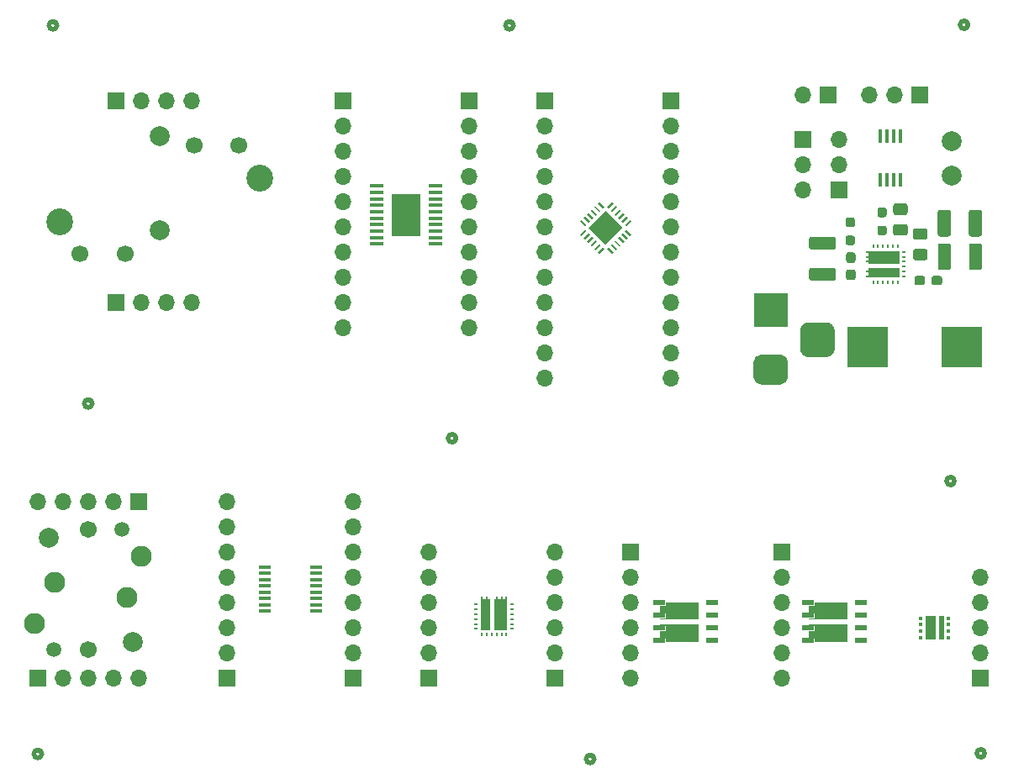
<source format=gts>
G04 #@! TF.GenerationSoftware,KiCad,Pcbnew,(5.1.6-0-10_14)*
G04 #@! TF.CreationDate,2021-10-07T10:13:42+09:00*
G04 #@! TF.ProjectId,panel_breakouts_211007,70616e65-6c5f-4627-9265-616b6f757473,rev?*
G04 #@! TF.SameCoordinates,Original*
G04 #@! TF.FileFunction,Soldermask,Top*
G04 #@! TF.FilePolarity,Negative*
%FSLAX46Y46*%
G04 Gerber Fmt 4.6, Leading zero omitted, Abs format (unit mm)*
G04 Created by KiCad (PCBNEW (5.1.6-0-10_14)) date 2021-10-07 10:13:42*
%MOMM*%
%LPD*%
G01*
G04 APERTURE LIST*
%ADD10C,0.475000*%
%ADD11C,0.100000*%
%ADD12R,2.997200X4.191000*%
%ADD13R,1.409700X0.355600*%
%ADD14R,0.450000X1.450000*%
%ADD15R,0.400000X1.450000*%
%ADD16R,0.250000X0.450000*%
%ADD17R,0.450000X0.250000*%
%ADD18R,0.562000X2.450000*%
%ADD19R,1.036000X2.450000*%
%ADD20R,0.450000X0.450000*%
%ADD21R,1.270000X0.609600*%
%ADD22O,1.700000X1.700000*%
%ADD23R,1.700000X1.700000*%
%ADD24C,2.108200*%
%ADD25C,2.006600*%
%ADD26C,1.701800*%
%ADD27C,1.498600*%
%ADD28C,2.000000*%
%ADD29C,1.700000*%
%ADD30C,2.700000*%
%ADD31R,1.200000X0.400000*%
%ADD32R,3.500000X3.500000*%
%ADD33R,4.100000X4.100000*%
G04 APERTURE END LIST*
D10*
X150474000Y-135914000D02*
G75*
G03*
X150474000Y-135914000I-400000J0D01*
G01*
X142346000Y-62000000D02*
G75*
G03*
X142346000Y-62000000I-400000J0D01*
G01*
X136568000Y-103592000D02*
G75*
G03*
X136568000Y-103592000I-400000J0D01*
G01*
X94848000Y-135406000D02*
G75*
G03*
X94848000Y-135406000I-400000J0D01*
G01*
X189812000Y-135342000D02*
G75*
G03*
X189812000Y-135342000I-400000J0D01*
G01*
X186764000Y-107910000D02*
G75*
G03*
X186764000Y-107910000I-400000J0D01*
G01*
X188130000Y-61936000D02*
G75*
G03*
X188130000Y-61936000I-400000J0D01*
G01*
X96372000Y-62000000D02*
G75*
G03*
X96372000Y-62000000I-400000J0D01*
G01*
X99928000Y-100100000D02*
G75*
G03*
X99928000Y-100100000I-400000J0D01*
G01*
D11*
G36*
X151642000Y-84093056D02*
G01*
X149944944Y-82396000D01*
X151642000Y-80698944D01*
X153339056Y-82396000D01*
X151642000Y-84093056D01*
G37*
G36*
X140392000Y-119842000D02*
G01*
X141732000Y-119842000D01*
X141732000Y-122942000D01*
X140392000Y-122942000D01*
X140392000Y-119842000D01*
G37*
G36*
X139062000Y-119842000D02*
G01*
X140012000Y-119842000D01*
X140012000Y-122942000D01*
X139062000Y-122942000D01*
X139062000Y-119842000D01*
G37*
G36*
X157111200Y-121122200D02*
G01*
X157670000Y-121122200D01*
X157670000Y-121731800D01*
X157111200Y-121731800D01*
X157111200Y-121769900D01*
X160921200Y-121769900D01*
X160921200Y-120118900D01*
X157670000Y-120118900D01*
X157670000Y-120461800D01*
X157111200Y-120461800D01*
X157111200Y-121122200D01*
G37*
X157111200Y-121122200D02*
X157670000Y-121122200D01*
X157670000Y-121731800D01*
X157111200Y-121731800D01*
X157111200Y-121769900D01*
X160921200Y-121769900D01*
X160921200Y-120118900D01*
X157670000Y-120118900D01*
X157670000Y-120461800D01*
X157111200Y-120461800D01*
X157111200Y-121122200D01*
G36*
X157111200Y-123001800D02*
G01*
X157670000Y-123001800D01*
X157670000Y-122392200D01*
X157111200Y-122392200D01*
X157111200Y-122354100D01*
X160921200Y-122354100D01*
X160921200Y-124005100D01*
X157670000Y-124005100D01*
X157670000Y-123662200D01*
X157111200Y-123662200D01*
X157111200Y-123001800D01*
G37*
X157111200Y-123001800D02*
X157670000Y-123001800D01*
X157670000Y-122392200D01*
X157111200Y-122392200D01*
X157111200Y-122354100D01*
X160921200Y-122354100D01*
X160921200Y-124005100D01*
X157670000Y-124005100D01*
X157670000Y-123662200D01*
X157111200Y-123662200D01*
X157111200Y-123001800D01*
G36*
X172101200Y-121122200D02*
G01*
X172660000Y-121122200D01*
X172660000Y-121731800D01*
X172101200Y-121731800D01*
X172101200Y-121769900D01*
X175911200Y-121769900D01*
X175911200Y-120118900D01*
X172660000Y-120118900D01*
X172660000Y-120461800D01*
X172101200Y-120461800D01*
X172101200Y-121122200D01*
G37*
X172101200Y-121122200D02*
X172660000Y-121122200D01*
X172660000Y-121731800D01*
X172101200Y-121731800D01*
X172101200Y-121769900D01*
X175911200Y-121769900D01*
X175911200Y-120118900D01*
X172660000Y-120118900D01*
X172660000Y-120461800D01*
X172101200Y-120461800D01*
X172101200Y-121122200D01*
G36*
X172101200Y-123001800D02*
G01*
X172660000Y-123001800D01*
X172660000Y-122392200D01*
X172101200Y-122392200D01*
X172101200Y-122354100D01*
X175911200Y-122354100D01*
X175911200Y-124005100D01*
X172660000Y-124005100D01*
X172660000Y-123662200D01*
X172101200Y-123662200D01*
X172101200Y-123001800D01*
G37*
X172101200Y-123001800D02*
X172660000Y-123001800D01*
X172660000Y-122392200D01*
X172101200Y-122392200D01*
X172101200Y-122354100D01*
X175911200Y-122354100D01*
X175911200Y-124005100D01*
X172660000Y-124005100D01*
X172660000Y-123662200D01*
X172101200Y-123662200D01*
X172101200Y-123001800D01*
G36*
X178102000Y-87396000D02*
G01*
X178102000Y-86446000D01*
X181202000Y-86446000D01*
X181202000Y-87396000D01*
X178102000Y-87396000D01*
G37*
G36*
X178102000Y-86066000D02*
G01*
X178102000Y-84726000D01*
X181202000Y-84726000D01*
X181202000Y-86066000D01*
X178102000Y-86066000D01*
G37*
G36*
X151288447Y-82396000D02*
G01*
X151642000Y-82042447D01*
X151995553Y-82396000D01*
X151642000Y-82749553D01*
X151288447Y-82396000D01*
G37*
G36*
X151345651Y-80447284D02*
G01*
X150842757Y-79944390D01*
X150986441Y-79800706D01*
X151489335Y-80303600D01*
X151345651Y-80447284D01*
G37*
G36*
X150986441Y-80806494D02*
G01*
X150483547Y-80303600D01*
X150627231Y-80159916D01*
X151130125Y-80662810D01*
X150986441Y-80806494D01*
G37*
G36*
X150627231Y-81165705D02*
G01*
X150124337Y-80662811D01*
X150268021Y-80519127D01*
X150770915Y-81022021D01*
X150627231Y-81165705D01*
G37*
G36*
X150268021Y-81524915D02*
G01*
X149765127Y-81022021D01*
X149908811Y-80878337D01*
X150411705Y-81381231D01*
X150268021Y-81524915D01*
G37*
G36*
X149908810Y-81884125D02*
G01*
X149405916Y-81381231D01*
X149549600Y-81237547D01*
X150052494Y-81740441D01*
X149908810Y-81884125D01*
G37*
G36*
X149549600Y-82243335D02*
G01*
X149046706Y-81740441D01*
X149190390Y-81596757D01*
X149693284Y-82099651D01*
X149549600Y-82243335D01*
G37*
G36*
X149046706Y-83051559D02*
G01*
X149549600Y-82548665D01*
X149693284Y-82692349D01*
X149190390Y-83195243D01*
X149046706Y-83051559D01*
G37*
G36*
X149405916Y-83410769D02*
G01*
X149908810Y-82907875D01*
X150052494Y-83051559D01*
X149549600Y-83554453D01*
X149405916Y-83410769D01*
G37*
G36*
X149765127Y-83769979D02*
G01*
X150268021Y-83267085D01*
X150411705Y-83410769D01*
X149908811Y-83913663D01*
X149765127Y-83769979D01*
G37*
G36*
X150124337Y-84129189D02*
G01*
X150627231Y-83626295D01*
X150770915Y-83769979D01*
X150268021Y-84272873D01*
X150124337Y-84129189D01*
G37*
G36*
X150483547Y-84488400D02*
G01*
X150986441Y-83985506D01*
X151130125Y-84129190D01*
X150627231Y-84632084D01*
X150483547Y-84488400D01*
G37*
G36*
X150842757Y-84847610D02*
G01*
X151345651Y-84344716D01*
X151489335Y-84488400D01*
X150986441Y-84991294D01*
X150842757Y-84847610D01*
G37*
G36*
X152297559Y-84991294D02*
G01*
X151794665Y-84488400D01*
X151938349Y-84344716D01*
X152441243Y-84847610D01*
X152297559Y-84991294D01*
G37*
G36*
X152656769Y-84632084D02*
G01*
X152153875Y-84129190D01*
X152297559Y-83985506D01*
X152800453Y-84488400D01*
X152656769Y-84632084D01*
G37*
G36*
X153015979Y-84272873D02*
G01*
X152513085Y-83769979D01*
X152656769Y-83626295D01*
X153159663Y-84129189D01*
X153015979Y-84272873D01*
G37*
G36*
X153375189Y-83913663D02*
G01*
X152872295Y-83410769D01*
X153015979Y-83267085D01*
X153518873Y-83769979D01*
X153375189Y-83913663D01*
G37*
G36*
X153734400Y-83554453D02*
G01*
X153231506Y-83051559D01*
X153375190Y-82907875D01*
X153878084Y-83410769D01*
X153734400Y-83554453D01*
G37*
G36*
X154093610Y-83195243D02*
G01*
X153590716Y-82692349D01*
X153734400Y-82548665D01*
X154237294Y-83051559D01*
X154093610Y-83195243D01*
G37*
G36*
X153590716Y-82099651D02*
G01*
X154093610Y-81596757D01*
X154237294Y-81740441D01*
X153734400Y-82243335D01*
X153590716Y-82099651D01*
G37*
G36*
X153231506Y-81740441D02*
G01*
X153734400Y-81237547D01*
X153878084Y-81381231D01*
X153375190Y-81884125D01*
X153231506Y-81740441D01*
G37*
G36*
X152872295Y-81381231D02*
G01*
X153375189Y-80878337D01*
X153518873Y-81022021D01*
X153015979Y-81524915D01*
X152872295Y-81381231D01*
G37*
G36*
X152513085Y-81022021D02*
G01*
X153015979Y-80519127D01*
X153159663Y-80662811D01*
X152656769Y-81165705D01*
X152513085Y-81022021D01*
G37*
G36*
X152153875Y-80662810D02*
G01*
X152656769Y-80159916D01*
X152800453Y-80303600D01*
X152297559Y-80806494D01*
X152153875Y-80662810D01*
G37*
G36*
X151794665Y-80303600D02*
G01*
X152297559Y-79800706D01*
X152441243Y-79944390D01*
X151938349Y-80447284D01*
X151794665Y-80303600D01*
G37*
D12*
X131542000Y-81096000D03*
D13*
X134494750Y-78171002D03*
X134494750Y-78821001D03*
X134494750Y-79471002D03*
X134494750Y-80121001D03*
X134494750Y-80771002D03*
X134494750Y-81421001D03*
X134494750Y-82071002D03*
X134494750Y-82721001D03*
X134494750Y-83371002D03*
X134494750Y-84021000D03*
X128589250Y-84020998D03*
X128589250Y-83370999D03*
X128589250Y-82720998D03*
X128589250Y-82070999D03*
X128589250Y-81420998D03*
X128589250Y-80770999D03*
X128589250Y-80121001D03*
X128589250Y-79470999D03*
X128589250Y-78821001D03*
X128589250Y-78171000D03*
D14*
X181322000Y-77556000D03*
D15*
X180647000Y-77556000D03*
X179997000Y-77556000D03*
D14*
X179322000Y-77556000D03*
X179322000Y-73156000D03*
D15*
X179997000Y-73156000D03*
X180647000Y-73156000D03*
D14*
X181322000Y-73156000D03*
D16*
X141652000Y-123382000D03*
X141152000Y-123382000D03*
X140652000Y-123382000D03*
X140152000Y-123382000D03*
X139652000Y-123382000D03*
X139152000Y-123382000D03*
D17*
X138582000Y-122812000D03*
X138582000Y-122312000D03*
X138582000Y-121812000D03*
X138582000Y-121312000D03*
X138582000Y-120812000D03*
X138582000Y-120312000D03*
D16*
X139152000Y-119742000D03*
X139652000Y-119742000D03*
X140652000Y-119742000D03*
X141152000Y-119742000D03*
X141652000Y-119742000D03*
D17*
X142222000Y-120312000D03*
X142222000Y-120812000D03*
X142222000Y-121312000D03*
X142222000Y-121812000D03*
X142222000Y-122312000D03*
X142222000Y-122812000D03*
D18*
X185443000Y-122694000D03*
D19*
X184338000Y-122694000D03*
D20*
X183386000Y-123669000D03*
X183386000Y-123019000D03*
X183386000Y-122369000D03*
X183386000Y-121719000D03*
X186158000Y-121719000D03*
X186158000Y-122369000D03*
X186158000Y-123019000D03*
X186158000Y-123669000D03*
D21*
X162369000Y-123967000D03*
X162369000Y-122697000D03*
X162369000Y-121427000D03*
X162369000Y-120157000D03*
X157035000Y-120157000D03*
X157035000Y-121427000D03*
X157035000Y-122697000D03*
X157035000Y-123967000D03*
X177359000Y-123967000D03*
X177359000Y-122697000D03*
X177359000Y-121427000D03*
X177359000Y-120157000D03*
X172025000Y-120157000D03*
X172025000Y-121427000D03*
X172025000Y-122697000D03*
X172025000Y-123967000D03*
D22*
X109982000Y-89916000D03*
X107442000Y-89916000D03*
X104902000Y-89916000D03*
D23*
X102362000Y-89916000D03*
D22*
X94472000Y-109982000D03*
X97012000Y-109982000D03*
X99552000Y-109982000D03*
X102092000Y-109982000D03*
D23*
X104632000Y-109982000D03*
X94472000Y-127762000D03*
D22*
X97012000Y-127762000D03*
X99552000Y-127762000D03*
X102092000Y-127762000D03*
X104632000Y-127762000D03*
D23*
X102362000Y-69596000D03*
D22*
X104902000Y-69596000D03*
X107442000Y-69596000D03*
X109982000Y-69596000D03*
X125222000Y-92456000D03*
X125222000Y-89916000D03*
X125222000Y-87376000D03*
X125222000Y-84836000D03*
X125222000Y-82296000D03*
X125222000Y-79756000D03*
X125222000Y-77216000D03*
X125222000Y-74676000D03*
X125222000Y-72136000D03*
D23*
X125222000Y-69596000D03*
X137922000Y-69596000D03*
D22*
X137922000Y-72136000D03*
X137922000Y-74676000D03*
X137922000Y-77216000D03*
X137922000Y-79756000D03*
X137922000Y-82296000D03*
X137922000Y-84836000D03*
X137922000Y-87376000D03*
X137922000Y-89916000D03*
X137922000Y-92456000D03*
X126222000Y-109982000D03*
X126222000Y-112522000D03*
X126222000Y-115062000D03*
X126222000Y-117602000D03*
X126222000Y-120142000D03*
X126222000Y-122682000D03*
X126222000Y-125222000D03*
D23*
X126222000Y-127762000D03*
X113522000Y-127762000D03*
D22*
X113522000Y-125222000D03*
X113522000Y-122682000D03*
X113522000Y-120142000D03*
X113522000Y-117602000D03*
X113522000Y-115062000D03*
X113522000Y-112522000D03*
X113522000Y-109982000D03*
X145542000Y-97536000D03*
X145542000Y-94996000D03*
X145542000Y-92456000D03*
X145542000Y-89916000D03*
X145542000Y-87376000D03*
X145542000Y-84836000D03*
X145542000Y-82296000D03*
X145542000Y-79756000D03*
X145542000Y-77216000D03*
X145542000Y-74676000D03*
X145542000Y-72136000D03*
D23*
X145542000Y-69596000D03*
X158242000Y-69596000D03*
D22*
X158242000Y-72136000D03*
X158242000Y-74676000D03*
X158242000Y-77216000D03*
X158242000Y-79756000D03*
X158242000Y-82296000D03*
X158242000Y-84836000D03*
X158242000Y-87376000D03*
X158242000Y-89916000D03*
X158242000Y-92456000D03*
X158242000Y-94996000D03*
X158242000Y-97536000D03*
D24*
X103452000Y-119612000D03*
D25*
X104052000Y-124112000D03*
D26*
X99502000Y-124912000D03*
D27*
X96102000Y-124912000D03*
D24*
X94152000Y-122262000D03*
X96152000Y-118112000D03*
D25*
X95552000Y-113612000D03*
D26*
X99502000Y-112812000D03*
D27*
X102902000Y-112812000D03*
D24*
X104852000Y-115462000D03*
D28*
X106722000Y-73156000D03*
D29*
X110222000Y-74106000D03*
X114722000Y-74106000D03*
D30*
X116822000Y-77356000D03*
D28*
X106722000Y-82656000D03*
D29*
X103222000Y-85006000D03*
X98722000Y-85006000D03*
D30*
X96622000Y-81756000D03*
D31*
X117282000Y-121024500D03*
X117282000Y-120389500D03*
X117282000Y-119754500D03*
X117282000Y-119119500D03*
X117282000Y-118484500D03*
X117282000Y-117849500D03*
X117282000Y-117214500D03*
X117282000Y-116579500D03*
X122482000Y-116579500D03*
X122482000Y-117214500D03*
X122482000Y-117849500D03*
X122482000Y-118484500D03*
X122482000Y-119119500D03*
X122482000Y-119754500D03*
X122482000Y-120389500D03*
X122482000Y-121024500D03*
D22*
X169402000Y-127762000D03*
X169402000Y-125222000D03*
X169402000Y-122682000D03*
X169402000Y-120142000D03*
X169402000Y-117602000D03*
D23*
X169402000Y-115062000D03*
D22*
X154162000Y-127762000D03*
X154162000Y-125222000D03*
X154162000Y-122682000D03*
X154162000Y-120142000D03*
X154162000Y-117602000D03*
D23*
X154162000Y-115062000D03*
D22*
X189372000Y-117594000D03*
X189372000Y-120134000D03*
X189372000Y-122674000D03*
X189372000Y-125214000D03*
D23*
X189372000Y-127754000D03*
D22*
X146542000Y-115062000D03*
X146542000Y-117602000D03*
X146542000Y-120142000D03*
X146542000Y-122682000D03*
X146542000Y-125222000D03*
D23*
X146542000Y-127762000D03*
X133842000Y-127762000D03*
D22*
X133842000Y-125222000D03*
X133842000Y-122682000D03*
X133842000Y-120142000D03*
X133842000Y-117602000D03*
X133842000Y-115062000D03*
D16*
X181072000Y-84236000D03*
X180572000Y-84236000D03*
X180072000Y-84236000D03*
X179572000Y-84236000D03*
X179072000Y-84236000D03*
X178572000Y-84236000D03*
D17*
X178002000Y-84806000D03*
X178002000Y-85306000D03*
X178002000Y-85806000D03*
X178002000Y-86806000D03*
X178002000Y-87306000D03*
D16*
X178572000Y-87876000D03*
X179072000Y-87876000D03*
X179572000Y-87876000D03*
X180072000Y-87876000D03*
X180572000Y-87876000D03*
X181072000Y-87876000D03*
D17*
X181642000Y-87306000D03*
X181642000Y-86806000D03*
X181642000Y-86306000D03*
X181642000Y-85806000D03*
X181642000Y-85306000D03*
X181642000Y-84806000D03*
G36*
G01*
X183797000Y-85681000D02*
X182847000Y-85681000D01*
G75*
G02*
X182597000Y-85431000I0J250000D01*
G01*
X182597000Y-84756000D01*
G75*
G02*
X182847000Y-84506000I250000J0D01*
G01*
X183797000Y-84506000D01*
G75*
G02*
X184047000Y-84756000I0J-250000D01*
G01*
X184047000Y-85431000D01*
G75*
G02*
X183797000Y-85681000I-250000J0D01*
G01*
G37*
G36*
G01*
X183797000Y-83606000D02*
X182847000Y-83606000D01*
G75*
G02*
X182597000Y-83356000I0J250000D01*
G01*
X182597000Y-82681000D01*
G75*
G02*
X182847000Y-82431000I250000J0D01*
G01*
X183797000Y-82431000D01*
G75*
G02*
X184047000Y-82681000I0J-250000D01*
G01*
X184047000Y-83356000D01*
G75*
G02*
X183797000Y-83606000I-250000J0D01*
G01*
G37*
G36*
G01*
X181797000Y-83181000D02*
X180847000Y-83181000D01*
G75*
G02*
X180597000Y-82931000I0J250000D01*
G01*
X180597000Y-82256000D01*
G75*
G02*
X180847000Y-82006000I250000J0D01*
G01*
X181797000Y-82006000D01*
G75*
G02*
X182047000Y-82256000I0J-250000D01*
G01*
X182047000Y-82931000D01*
G75*
G02*
X181797000Y-83181000I-250000J0D01*
G01*
G37*
G36*
G01*
X181797000Y-81106000D02*
X180847000Y-81106000D01*
G75*
G02*
X180597000Y-80856000I0J250000D01*
G01*
X180597000Y-80181000D01*
G75*
G02*
X180847000Y-79931000I250000J0D01*
G01*
X181797000Y-79931000D01*
G75*
G02*
X182047000Y-80181000I0J-250000D01*
G01*
X182047000Y-80856000D01*
G75*
G02*
X181797000Y-81106000I-250000J0D01*
G01*
G37*
G36*
G01*
X183797000Y-87468500D02*
X183797000Y-87943500D01*
G75*
G02*
X183559500Y-88181000I-237500J0D01*
G01*
X182959500Y-88181000D01*
G75*
G02*
X182722000Y-87943500I0J237500D01*
G01*
X182722000Y-87468500D01*
G75*
G02*
X182959500Y-87231000I237500J0D01*
G01*
X183559500Y-87231000D01*
G75*
G02*
X183797000Y-87468500I0J-237500D01*
G01*
G37*
G36*
G01*
X185522000Y-87468500D02*
X185522000Y-87943500D01*
G75*
G02*
X185284500Y-88181000I-237500J0D01*
G01*
X184684500Y-88181000D01*
G75*
G02*
X184447000Y-87943500I0J237500D01*
G01*
X184447000Y-87468500D01*
G75*
G02*
X184684500Y-87231000I237500J0D01*
G01*
X185284500Y-87231000D01*
G75*
G02*
X185522000Y-87468500I0J-237500D01*
G01*
G37*
G36*
G01*
X176084500Y-84856000D02*
X176559500Y-84856000D01*
G75*
G02*
X176797000Y-85093500I0J-237500D01*
G01*
X176797000Y-85693500D01*
G75*
G02*
X176559500Y-85931000I-237500J0D01*
G01*
X176084500Y-85931000D01*
G75*
G02*
X175847000Y-85693500I0J237500D01*
G01*
X175847000Y-85093500D01*
G75*
G02*
X176084500Y-84856000I237500J0D01*
G01*
G37*
G36*
G01*
X176084500Y-86581000D02*
X176559500Y-86581000D01*
G75*
G02*
X176797000Y-86818500I0J-237500D01*
G01*
X176797000Y-87418500D01*
G75*
G02*
X176559500Y-87656000I-237500J0D01*
G01*
X176084500Y-87656000D01*
G75*
G02*
X175847000Y-87418500I0J237500D01*
G01*
X175847000Y-86818500D01*
G75*
G02*
X176084500Y-86581000I237500J0D01*
G01*
G37*
D22*
X171457000Y-69006000D03*
D23*
X173997000Y-69006000D03*
D22*
X175122000Y-73476000D03*
X175122000Y-76016000D03*
D23*
X175122000Y-78556000D03*
X171472000Y-73506000D03*
D22*
X171472000Y-76046000D03*
X171472000Y-78586000D03*
X178192000Y-69006000D03*
X180732000Y-69006000D03*
D23*
X183272000Y-69006000D03*
G36*
G01*
X176509500Y-84156000D02*
X176034500Y-84156000D01*
G75*
G02*
X175797000Y-83918500I0J237500D01*
G01*
X175797000Y-83418500D01*
G75*
G02*
X176034500Y-83181000I237500J0D01*
G01*
X176509500Y-83181000D01*
G75*
G02*
X176747000Y-83418500I0J-237500D01*
G01*
X176747000Y-83918500D01*
G75*
G02*
X176509500Y-84156000I-237500J0D01*
G01*
G37*
G36*
G01*
X176509500Y-82331000D02*
X176034500Y-82331000D01*
G75*
G02*
X175797000Y-82093500I0J237500D01*
G01*
X175797000Y-81593500D01*
G75*
G02*
X176034500Y-81356000I237500J0D01*
G01*
X176509500Y-81356000D01*
G75*
G02*
X176747000Y-81593500I0J-237500D01*
G01*
X176747000Y-82093500D01*
G75*
G02*
X176509500Y-82331000I-237500J0D01*
G01*
G37*
G36*
G01*
X179709500Y-81331000D02*
X179234500Y-81331000D01*
G75*
G02*
X178997000Y-81093500I0J237500D01*
G01*
X178997000Y-80593500D01*
G75*
G02*
X179234500Y-80356000I237500J0D01*
G01*
X179709500Y-80356000D01*
G75*
G02*
X179947000Y-80593500I0J-237500D01*
G01*
X179947000Y-81093500D01*
G75*
G02*
X179709500Y-81331000I-237500J0D01*
G01*
G37*
G36*
G01*
X179709500Y-83156000D02*
X179234500Y-83156000D01*
G75*
G02*
X178997000Y-82918500I0J237500D01*
G01*
X178997000Y-82418500D01*
G75*
G02*
X179234500Y-82181000I237500J0D01*
G01*
X179709500Y-82181000D01*
G75*
G02*
X179947000Y-82418500I0J-237500D01*
G01*
X179947000Y-82918500D01*
G75*
G02*
X179709500Y-83156000I-237500J0D01*
G01*
G37*
D32*
X168262000Y-90676000D03*
G36*
G01*
X169262000Y-98176000D02*
X167262000Y-98176000D01*
G75*
G02*
X166512000Y-97426000I0J750000D01*
G01*
X166512000Y-95926000D01*
G75*
G02*
X167262000Y-95176000I750000J0D01*
G01*
X169262000Y-95176000D01*
G75*
G02*
X170012000Y-95926000I0J-750000D01*
G01*
X170012000Y-97426000D01*
G75*
G02*
X169262000Y-98176000I-750000J0D01*
G01*
G37*
G36*
G01*
X173837000Y-95426000D02*
X172087000Y-95426000D01*
G75*
G02*
X171212000Y-94551000I0J875000D01*
G01*
X171212000Y-92801000D01*
G75*
G02*
X172087000Y-91926000I875000J0D01*
G01*
X173837000Y-91926000D01*
G75*
G02*
X174712000Y-92801000I0J-875000D01*
G01*
X174712000Y-94551000D01*
G75*
G02*
X173837000Y-95426000I-875000J0D01*
G01*
G37*
G36*
G01*
X172371999Y-83281000D02*
X174572001Y-83281000D01*
G75*
G02*
X174822000Y-83530999I0J-249999D01*
G01*
X174822000Y-84356001D01*
G75*
G02*
X174572001Y-84606000I-249999J0D01*
G01*
X172371999Y-84606000D01*
G75*
G02*
X172122000Y-84356001I0J249999D01*
G01*
X172122000Y-83530999D01*
G75*
G02*
X172371999Y-83281000I249999J0D01*
G01*
G37*
G36*
G01*
X172371999Y-86406000D02*
X174572001Y-86406000D01*
G75*
G02*
X174822000Y-86655999I0J-249999D01*
G01*
X174822000Y-87481001D01*
G75*
G02*
X174572001Y-87731000I-249999J0D01*
G01*
X172371999Y-87731000D01*
G75*
G02*
X172122000Y-87481001I0J249999D01*
G01*
X172122000Y-86655999D01*
G75*
G02*
X172371999Y-86406000I249999J0D01*
G01*
G37*
G36*
G01*
X189547000Y-84205999D02*
X189547000Y-86406001D01*
G75*
G02*
X189297001Y-86656000I-249999J0D01*
G01*
X188471999Y-86656000D01*
G75*
G02*
X188222000Y-86406001I0J249999D01*
G01*
X188222000Y-84205999D01*
G75*
G02*
X188471999Y-83956000I249999J0D01*
G01*
X189297001Y-83956000D01*
G75*
G02*
X189547000Y-84205999I0J-249999D01*
G01*
G37*
G36*
G01*
X186422000Y-84205999D02*
X186422000Y-86406001D01*
G75*
G02*
X186172001Y-86656000I-249999J0D01*
G01*
X185346999Y-86656000D01*
G75*
G02*
X185097000Y-86406001I0J249999D01*
G01*
X185097000Y-84205999D01*
G75*
G02*
X185346999Y-83956000I249999J0D01*
G01*
X186172001Y-83956000D01*
G75*
G02*
X186422000Y-84205999I0J-249999D01*
G01*
G37*
G36*
G01*
X186406999Y-80830998D02*
X186406999Y-83031000D01*
G75*
G02*
X186157000Y-83280999I-249999J0D01*
G01*
X185331998Y-83280999D01*
G75*
G02*
X185081999Y-83031000I0J249999D01*
G01*
X185081999Y-80830998D01*
G75*
G02*
X185331998Y-80580999I249999J0D01*
G01*
X186157000Y-80580999D01*
G75*
G02*
X186406999Y-80830998I0J-249999D01*
G01*
G37*
G36*
G01*
X189531999Y-80830998D02*
X189531999Y-83031000D01*
G75*
G02*
X189282000Y-83280999I-249999J0D01*
G01*
X188456998Y-83280999D01*
G75*
G02*
X188206999Y-83031000I0J249999D01*
G01*
X188206999Y-80830998D01*
G75*
G02*
X188456998Y-80580999I249999J0D01*
G01*
X189282000Y-80580999D01*
G75*
G02*
X189531999Y-80830998I0J-249999D01*
G01*
G37*
D28*
X186472000Y-77156000D03*
X186472000Y-73656000D03*
D33*
X178032000Y-94426000D03*
X187532000Y-94426000D03*
M02*

</source>
